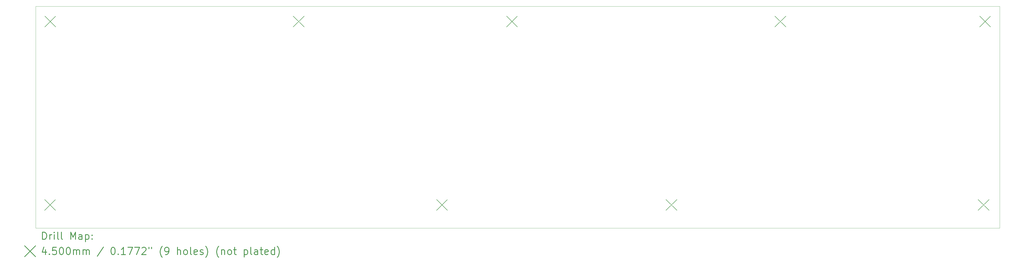
<source format=gbr>
%FSLAX45Y45*%
G04 Gerber Fmt 4.5, Leading zero omitted, Abs format (unit mm)*
G04 Created by KiCad (PCBNEW 5.1.12-84ad8e8a86~92~ubuntu20.04.1) date 2022-03-17 08:21:58*
%MOMM*%
%LPD*%
G01*
G04 APERTURE LIST*
%TA.AperFunction,Profile*%
%ADD10C,0.050000*%
%TD*%
%ADD11C,0.200000*%
%ADD12C,0.300000*%
G04 APERTURE END LIST*
D10*
X1524000Y-15938500D02*
X1524000Y-6731000D01*
X41529000Y-15938500D02*
X1524000Y-15938500D01*
X41529000Y-6731000D02*
X41529000Y-15938500D01*
X1524000Y-6731000D02*
X41529000Y-6731000D01*
D11*
X1895900Y-14748300D02*
X2345900Y-15198300D01*
X2345900Y-14748300D02*
X1895900Y-15198300D01*
X1908600Y-7141000D02*
X2358600Y-7591000D01*
X2358600Y-7141000D02*
X1908600Y-7591000D01*
X12214650Y-7141000D02*
X12664650Y-7591000D01*
X12664650Y-7141000D02*
X12214650Y-7591000D01*
X18164600Y-14748300D02*
X18614600Y-15198300D01*
X18614600Y-14748300D02*
X18164600Y-15198300D01*
X21066550Y-7141000D02*
X21516550Y-7591000D01*
X21516550Y-7141000D02*
X21066550Y-7591000D01*
X27683250Y-14748300D02*
X28133250Y-15198300D01*
X28133250Y-14748300D02*
X27683250Y-15198300D01*
X32204450Y-7141000D02*
X32654450Y-7591000D01*
X32654450Y-7141000D02*
X32204450Y-7591000D01*
X40637250Y-14748300D02*
X41087250Y-15198300D01*
X41087250Y-14748300D02*
X40637250Y-15198300D01*
X40700750Y-7141000D02*
X41150750Y-7591000D01*
X41150750Y-7141000D02*
X40700750Y-7591000D01*
D12*
X1807928Y-16406714D02*
X1807928Y-16106714D01*
X1879357Y-16106714D01*
X1922214Y-16121000D01*
X1950786Y-16149571D01*
X1965071Y-16178143D01*
X1979357Y-16235286D01*
X1979357Y-16278143D01*
X1965071Y-16335286D01*
X1950786Y-16363857D01*
X1922214Y-16392429D01*
X1879357Y-16406714D01*
X1807928Y-16406714D01*
X2107928Y-16406714D02*
X2107928Y-16206714D01*
X2107928Y-16263857D02*
X2122214Y-16235286D01*
X2136500Y-16221000D01*
X2165071Y-16206714D01*
X2193643Y-16206714D01*
X2293643Y-16406714D02*
X2293643Y-16206714D01*
X2293643Y-16106714D02*
X2279357Y-16121000D01*
X2293643Y-16135286D01*
X2307928Y-16121000D01*
X2293643Y-16106714D01*
X2293643Y-16135286D01*
X2479357Y-16406714D02*
X2450786Y-16392429D01*
X2436500Y-16363857D01*
X2436500Y-16106714D01*
X2636500Y-16406714D02*
X2607928Y-16392429D01*
X2593643Y-16363857D01*
X2593643Y-16106714D01*
X2979357Y-16406714D02*
X2979357Y-16106714D01*
X3079357Y-16321000D01*
X3179357Y-16106714D01*
X3179357Y-16406714D01*
X3450786Y-16406714D02*
X3450786Y-16249571D01*
X3436500Y-16221000D01*
X3407928Y-16206714D01*
X3350786Y-16206714D01*
X3322214Y-16221000D01*
X3450786Y-16392429D02*
X3422214Y-16406714D01*
X3350786Y-16406714D01*
X3322214Y-16392429D01*
X3307928Y-16363857D01*
X3307928Y-16335286D01*
X3322214Y-16306714D01*
X3350786Y-16292429D01*
X3422214Y-16292429D01*
X3450786Y-16278143D01*
X3593643Y-16206714D02*
X3593643Y-16506714D01*
X3593643Y-16221000D02*
X3622214Y-16206714D01*
X3679357Y-16206714D01*
X3707928Y-16221000D01*
X3722214Y-16235286D01*
X3736500Y-16263857D01*
X3736500Y-16349571D01*
X3722214Y-16378143D01*
X3707928Y-16392429D01*
X3679357Y-16406714D01*
X3622214Y-16406714D01*
X3593643Y-16392429D01*
X3865071Y-16378143D02*
X3879357Y-16392429D01*
X3865071Y-16406714D01*
X3850786Y-16392429D01*
X3865071Y-16378143D01*
X3865071Y-16406714D01*
X3865071Y-16221000D02*
X3879357Y-16235286D01*
X3865071Y-16249571D01*
X3850786Y-16235286D01*
X3865071Y-16221000D01*
X3865071Y-16249571D01*
X1071500Y-16676000D02*
X1521500Y-17126000D01*
X1521500Y-16676000D02*
X1071500Y-17126000D01*
X1936500Y-16836714D02*
X1936500Y-17036714D01*
X1865071Y-16722429D02*
X1793643Y-16936714D01*
X1979357Y-16936714D01*
X2093643Y-17008143D02*
X2107928Y-17022429D01*
X2093643Y-17036714D01*
X2079357Y-17022429D01*
X2093643Y-17008143D01*
X2093643Y-17036714D01*
X2379357Y-16736714D02*
X2236500Y-16736714D01*
X2222214Y-16879572D01*
X2236500Y-16865286D01*
X2265071Y-16851000D01*
X2336500Y-16851000D01*
X2365071Y-16865286D01*
X2379357Y-16879572D01*
X2393643Y-16908143D01*
X2393643Y-16979572D01*
X2379357Y-17008143D01*
X2365071Y-17022429D01*
X2336500Y-17036714D01*
X2265071Y-17036714D01*
X2236500Y-17022429D01*
X2222214Y-17008143D01*
X2579357Y-16736714D02*
X2607928Y-16736714D01*
X2636500Y-16751000D01*
X2650786Y-16765286D01*
X2665071Y-16793857D01*
X2679357Y-16851000D01*
X2679357Y-16922429D01*
X2665071Y-16979572D01*
X2650786Y-17008143D01*
X2636500Y-17022429D01*
X2607928Y-17036714D01*
X2579357Y-17036714D01*
X2550786Y-17022429D01*
X2536500Y-17008143D01*
X2522214Y-16979572D01*
X2507928Y-16922429D01*
X2507928Y-16851000D01*
X2522214Y-16793857D01*
X2536500Y-16765286D01*
X2550786Y-16751000D01*
X2579357Y-16736714D01*
X2865071Y-16736714D02*
X2893643Y-16736714D01*
X2922214Y-16751000D01*
X2936500Y-16765286D01*
X2950786Y-16793857D01*
X2965071Y-16851000D01*
X2965071Y-16922429D01*
X2950786Y-16979572D01*
X2936500Y-17008143D01*
X2922214Y-17022429D01*
X2893643Y-17036714D01*
X2865071Y-17036714D01*
X2836500Y-17022429D01*
X2822214Y-17008143D01*
X2807928Y-16979572D01*
X2793643Y-16922429D01*
X2793643Y-16851000D01*
X2807928Y-16793857D01*
X2822214Y-16765286D01*
X2836500Y-16751000D01*
X2865071Y-16736714D01*
X3093643Y-17036714D02*
X3093643Y-16836714D01*
X3093643Y-16865286D02*
X3107928Y-16851000D01*
X3136500Y-16836714D01*
X3179357Y-16836714D01*
X3207928Y-16851000D01*
X3222214Y-16879572D01*
X3222214Y-17036714D01*
X3222214Y-16879572D02*
X3236500Y-16851000D01*
X3265071Y-16836714D01*
X3307928Y-16836714D01*
X3336500Y-16851000D01*
X3350786Y-16879572D01*
X3350786Y-17036714D01*
X3493643Y-17036714D02*
X3493643Y-16836714D01*
X3493643Y-16865286D02*
X3507928Y-16851000D01*
X3536500Y-16836714D01*
X3579357Y-16836714D01*
X3607928Y-16851000D01*
X3622214Y-16879572D01*
X3622214Y-17036714D01*
X3622214Y-16879572D02*
X3636500Y-16851000D01*
X3665071Y-16836714D01*
X3707928Y-16836714D01*
X3736500Y-16851000D01*
X3750786Y-16879572D01*
X3750786Y-17036714D01*
X4336500Y-16722429D02*
X4079357Y-17108143D01*
X4722214Y-16736714D02*
X4750786Y-16736714D01*
X4779357Y-16751000D01*
X4793643Y-16765286D01*
X4807928Y-16793857D01*
X4822214Y-16851000D01*
X4822214Y-16922429D01*
X4807928Y-16979572D01*
X4793643Y-17008143D01*
X4779357Y-17022429D01*
X4750786Y-17036714D01*
X4722214Y-17036714D01*
X4693643Y-17022429D01*
X4679357Y-17008143D01*
X4665071Y-16979572D01*
X4650786Y-16922429D01*
X4650786Y-16851000D01*
X4665071Y-16793857D01*
X4679357Y-16765286D01*
X4693643Y-16751000D01*
X4722214Y-16736714D01*
X4950786Y-17008143D02*
X4965071Y-17022429D01*
X4950786Y-17036714D01*
X4936500Y-17022429D01*
X4950786Y-17008143D01*
X4950786Y-17036714D01*
X5250786Y-17036714D02*
X5079357Y-17036714D01*
X5165071Y-17036714D02*
X5165071Y-16736714D01*
X5136500Y-16779572D01*
X5107928Y-16808143D01*
X5079357Y-16822429D01*
X5350786Y-16736714D02*
X5550786Y-16736714D01*
X5422214Y-17036714D01*
X5636500Y-16736714D02*
X5836500Y-16736714D01*
X5707928Y-17036714D01*
X5936500Y-16765286D02*
X5950786Y-16751000D01*
X5979357Y-16736714D01*
X6050786Y-16736714D01*
X6079357Y-16751000D01*
X6093643Y-16765286D01*
X6107928Y-16793857D01*
X6107928Y-16822429D01*
X6093643Y-16865286D01*
X5922214Y-17036714D01*
X6107928Y-17036714D01*
X6222214Y-16736714D02*
X6222214Y-16793857D01*
X6336500Y-16736714D02*
X6336500Y-16793857D01*
X6779357Y-17151000D02*
X6765071Y-17136714D01*
X6736500Y-17093857D01*
X6722214Y-17065286D01*
X6707928Y-17022429D01*
X6693643Y-16951000D01*
X6693643Y-16893857D01*
X6707928Y-16822429D01*
X6722214Y-16779572D01*
X6736500Y-16751000D01*
X6765071Y-16708143D01*
X6779357Y-16693857D01*
X6907928Y-17036714D02*
X6965071Y-17036714D01*
X6993643Y-17022429D01*
X7007928Y-17008143D01*
X7036500Y-16965286D01*
X7050786Y-16908143D01*
X7050786Y-16793857D01*
X7036500Y-16765286D01*
X7022214Y-16751000D01*
X6993643Y-16736714D01*
X6936500Y-16736714D01*
X6907928Y-16751000D01*
X6893643Y-16765286D01*
X6879357Y-16793857D01*
X6879357Y-16865286D01*
X6893643Y-16893857D01*
X6907928Y-16908143D01*
X6936500Y-16922429D01*
X6993643Y-16922429D01*
X7022214Y-16908143D01*
X7036500Y-16893857D01*
X7050786Y-16865286D01*
X7407928Y-17036714D02*
X7407928Y-16736714D01*
X7536500Y-17036714D02*
X7536500Y-16879572D01*
X7522214Y-16851000D01*
X7493643Y-16836714D01*
X7450786Y-16836714D01*
X7422214Y-16851000D01*
X7407928Y-16865286D01*
X7722214Y-17036714D02*
X7693643Y-17022429D01*
X7679357Y-17008143D01*
X7665071Y-16979572D01*
X7665071Y-16893857D01*
X7679357Y-16865286D01*
X7693643Y-16851000D01*
X7722214Y-16836714D01*
X7765071Y-16836714D01*
X7793643Y-16851000D01*
X7807928Y-16865286D01*
X7822214Y-16893857D01*
X7822214Y-16979572D01*
X7807928Y-17008143D01*
X7793643Y-17022429D01*
X7765071Y-17036714D01*
X7722214Y-17036714D01*
X7993643Y-17036714D02*
X7965071Y-17022429D01*
X7950786Y-16993857D01*
X7950786Y-16736714D01*
X8222214Y-17022429D02*
X8193643Y-17036714D01*
X8136500Y-17036714D01*
X8107928Y-17022429D01*
X8093643Y-16993857D01*
X8093643Y-16879572D01*
X8107928Y-16851000D01*
X8136500Y-16836714D01*
X8193643Y-16836714D01*
X8222214Y-16851000D01*
X8236500Y-16879572D01*
X8236500Y-16908143D01*
X8093643Y-16936714D01*
X8350786Y-17022429D02*
X8379357Y-17036714D01*
X8436500Y-17036714D01*
X8465071Y-17022429D01*
X8479357Y-16993857D01*
X8479357Y-16979572D01*
X8465071Y-16951000D01*
X8436500Y-16936714D01*
X8393643Y-16936714D01*
X8365071Y-16922429D01*
X8350786Y-16893857D01*
X8350786Y-16879572D01*
X8365071Y-16851000D01*
X8393643Y-16836714D01*
X8436500Y-16836714D01*
X8465071Y-16851000D01*
X8579357Y-17151000D02*
X8593643Y-17136714D01*
X8622214Y-17093857D01*
X8636500Y-17065286D01*
X8650786Y-17022429D01*
X8665071Y-16951000D01*
X8665071Y-16893857D01*
X8650786Y-16822429D01*
X8636500Y-16779572D01*
X8622214Y-16751000D01*
X8593643Y-16708143D01*
X8579357Y-16693857D01*
X9122214Y-17151000D02*
X9107928Y-17136714D01*
X9079357Y-17093857D01*
X9065071Y-17065286D01*
X9050786Y-17022429D01*
X9036500Y-16951000D01*
X9036500Y-16893857D01*
X9050786Y-16822429D01*
X9065071Y-16779572D01*
X9079357Y-16751000D01*
X9107928Y-16708143D01*
X9122214Y-16693857D01*
X9236500Y-16836714D02*
X9236500Y-17036714D01*
X9236500Y-16865286D02*
X9250786Y-16851000D01*
X9279357Y-16836714D01*
X9322214Y-16836714D01*
X9350786Y-16851000D01*
X9365071Y-16879572D01*
X9365071Y-17036714D01*
X9550786Y-17036714D02*
X9522214Y-17022429D01*
X9507928Y-17008143D01*
X9493643Y-16979572D01*
X9493643Y-16893857D01*
X9507928Y-16865286D01*
X9522214Y-16851000D01*
X9550786Y-16836714D01*
X9593643Y-16836714D01*
X9622214Y-16851000D01*
X9636500Y-16865286D01*
X9650786Y-16893857D01*
X9650786Y-16979572D01*
X9636500Y-17008143D01*
X9622214Y-17022429D01*
X9593643Y-17036714D01*
X9550786Y-17036714D01*
X9736500Y-16836714D02*
X9850786Y-16836714D01*
X9779357Y-16736714D02*
X9779357Y-16993857D01*
X9793643Y-17022429D01*
X9822214Y-17036714D01*
X9850786Y-17036714D01*
X10179357Y-16836714D02*
X10179357Y-17136714D01*
X10179357Y-16851000D02*
X10207928Y-16836714D01*
X10265071Y-16836714D01*
X10293643Y-16851000D01*
X10307928Y-16865286D01*
X10322214Y-16893857D01*
X10322214Y-16979572D01*
X10307928Y-17008143D01*
X10293643Y-17022429D01*
X10265071Y-17036714D01*
X10207928Y-17036714D01*
X10179357Y-17022429D01*
X10493643Y-17036714D02*
X10465071Y-17022429D01*
X10450786Y-16993857D01*
X10450786Y-16736714D01*
X10736500Y-17036714D02*
X10736500Y-16879572D01*
X10722214Y-16851000D01*
X10693643Y-16836714D01*
X10636500Y-16836714D01*
X10607928Y-16851000D01*
X10736500Y-17022429D02*
X10707928Y-17036714D01*
X10636500Y-17036714D01*
X10607928Y-17022429D01*
X10593643Y-16993857D01*
X10593643Y-16965286D01*
X10607928Y-16936714D01*
X10636500Y-16922429D01*
X10707928Y-16922429D01*
X10736500Y-16908143D01*
X10836500Y-16836714D02*
X10950786Y-16836714D01*
X10879357Y-16736714D02*
X10879357Y-16993857D01*
X10893643Y-17022429D01*
X10922214Y-17036714D01*
X10950786Y-17036714D01*
X11165071Y-17022429D02*
X11136500Y-17036714D01*
X11079357Y-17036714D01*
X11050786Y-17022429D01*
X11036500Y-16993857D01*
X11036500Y-16879572D01*
X11050786Y-16851000D01*
X11079357Y-16836714D01*
X11136500Y-16836714D01*
X11165071Y-16851000D01*
X11179357Y-16879572D01*
X11179357Y-16908143D01*
X11036500Y-16936714D01*
X11436500Y-17036714D02*
X11436500Y-16736714D01*
X11436500Y-17022429D02*
X11407928Y-17036714D01*
X11350786Y-17036714D01*
X11322214Y-17022429D01*
X11307928Y-17008143D01*
X11293643Y-16979572D01*
X11293643Y-16893857D01*
X11307928Y-16865286D01*
X11322214Y-16851000D01*
X11350786Y-16836714D01*
X11407928Y-16836714D01*
X11436500Y-16851000D01*
X11550786Y-17151000D02*
X11565071Y-17136714D01*
X11593643Y-17093857D01*
X11607928Y-17065286D01*
X11622214Y-17022429D01*
X11636500Y-16951000D01*
X11636500Y-16893857D01*
X11622214Y-16822429D01*
X11607928Y-16779572D01*
X11593643Y-16751000D01*
X11565071Y-16708143D01*
X11550786Y-16693857D01*
M02*

</source>
